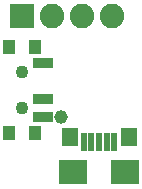
<source format=gts>
G75*
%MOIN*%
%OFA0B0*%
%FSLAX25Y25*%
%IPPOS*%
%LPD*%
%AMOC8*
5,1,8,0,0,1.08239X$1,22.5*
%
%ADD10R,0.08200X0.08200*%
%ADD11C,0.08200*%
%ADD12R,0.06706X0.03556*%
%ADD13R,0.03950X0.04737*%
%ADD14C,0.04343*%
%ADD15R,0.09265X0.08280*%
%ADD16R,0.05524X0.05918*%
%ADD17R,0.02375X0.06115*%
%ADD18C,0.04562*%
D10*
X0008874Y0059071D03*
D11*
X0018874Y0059071D03*
X0028874Y0059071D03*
X0038874Y0059071D03*
D12*
X0015764Y0043323D03*
X0015764Y0031512D03*
X0015764Y0025606D03*
D13*
X0004543Y0020094D03*
X0013205Y0020094D03*
X0013205Y0048835D03*
X0004543Y0048835D03*
D14*
X0008874Y0040370D03*
X0008874Y0028559D03*
D15*
X0025921Y0007102D03*
X0043008Y0007102D03*
D16*
X0044307Y0018913D03*
X0024622Y0018913D03*
D17*
X0029346Y0017260D03*
X0031906Y0017260D03*
X0034465Y0017260D03*
X0037024Y0017260D03*
X0039583Y0017260D03*
D18*
X0021630Y0025606D03*
M02*

</source>
